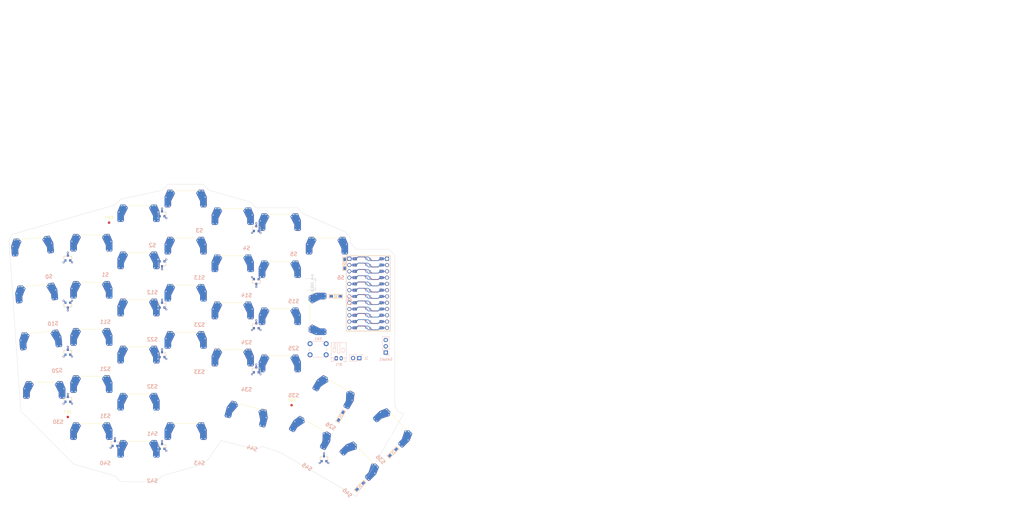
<source format=kicad_pcb>
(kicad_pcb (version 20211014) (generator pcbnew)
  (layers (0 "F.Cu" signal) (31 "B.Cu" signal) (34 "B.Paste" user) (35 "F.Paste" user) (36 "B.SilkS" user "B.Silkscreen") (37 "F.SilkS" user "F.Silkscreen") (38 "B.Mask" user) (39 "F.Mask" user) (44 "Edge.Cuts" user))
  (net 0 "")
  (net 1 "Net-(BT1-Pad1)")
  (net 2 "GND")
  (net 3 "Net-(D1-Pad1)")
  (net 4 "Net-(D1-Pad2)")
  (net 5 "VCC")
  (net 6 "RST")
  (net 7 "Bat+")
  (net 11 "col0")
  (net 12 "col1")
  (net 13 "col2")
  (net 14 "col3")
  (net 15 "col4")
  (net 16 "col5")
  (net 17 "col6")
  (net 19 "SCL")
  (net 21 "row0")
  (net 22 "row4")
  (net 23 "row1")
  (net 24 "row2")
  (net 25 "row3")
  (net 26 "SDA")
  (net 27 "Net-(S10-Pad2)")
  (net 28 "Net-(S11-Pad1)")
  (net 29 "Net-(S20-Pad2)")
  (net 30 "Net-(S21-Pad1)")
  (net 31 "Net-(S30-Pad2)")
  (net 32 "Net-(S31-Pad1)")
  (net 33 "Net-(S40-Pad2)")
  (net 34 "Net-(S41-Pad1)")
  (net 35 "Net-(S2-Pad2)")
  (net 36 "Net-(S3-Pad1)")
  (net 37 "Net-(S12-Pad2)")
  (net 38 "Net-(S13-Pad1)")
  (net 39 "Net-(S22-Pad2)")
  (net 40 "Net-(S23-Pad1)")
  (net 41 "Net-(S32-Pad2)")
  (net 42 "Net-(S33-Pad1)")
  (net 43 "Net-(S42-Pad2)")
  (net 44 "Net-(S43-Pad1)")
  (net 45 "Net-(S4-Pad2)")
  (net 46 "Net-(S5-Pad1)")
  (net 47 "Net-(S14-Pad2)")
  (net 48 "Net-(S15-Pad1)")
  (net 49 "Net-(S24-Pad2)")
  (net 50 "Net-(S25-Pad1)")
  (net 51 "Net-(S34-Pad2)")
  (net 52 "Net-(S35-Pad1)")
  (net 53 "Net-(S44-Pad2)")
  (net 54 "Net-(S45-Pad1)")
  (net 55 "Net-(S6-Pad2)")
  (net 56 "Net-(S16-Pad2)")
  (net 57 "Net-(S26-Pad2)")
  (net 58 "Net-(S36-Pad2)")
  (net 59 "Net-(S46-Pad2)")
  (footprint "mykeeb:MX_KAILH_SOCKET_1U" (layer "F.Cu") (at 73.81875 67.865625)
    (fp_text reference "S12")
    (fp_text value "SW" hide)
  )
  (footprint "mykeeb:SOT-23" (layer "F.Cu") (at 83.34375 82.153125 90)
    (fp_text reference "D8" hide)
    (fp_text value "BAV70" hide)
  )
  (footprint "mykeeb:D3_SMD" (layer "F.Cu") (at 163.447702 155.401493 45)
    (fp_text reference "D20" hide)
    (fp_text value "D" hide)
  )
  (footprint "mykeeb:SOT-23" (layer "F.Cu") (at 45.24375 101.203125 90)
    (fp_text reference "D3" hide)
    (fp_text value "BAV70" hide)
  )
  (footprint "mykeeb:D3_SMD" (layer "F.Cu") (at 153.590625 78.58125 180)
    (fp_text reference "D17" hide)
    (fp_text value "D" hide)
  )
  (footprint "mykeeb:MX_KAILH_SOCKET_1U" (layer "F.Cu") (at 54.76875 136.921875)
    (fp_text reference "S40")
    (fp_text value "SW" hide)
  )
  (footprint "Fiducial:Fiducial_1mm_Mask2mm" (layer "F.Cu") (at 135.73125 122.634375)
    (fp_text reference "FID2")
    (fp_text value "Fiducial")
  )
  (footprint "mykeeb:MX_KAILH_SOCKET_1U" (layer "F.Cu") (at 130.96875 71.4375)
    (fp_text reference "S15")
    (fp_text value "SW" hide)
  )
  (footprint "mykeeb:MX_KAILH_SOCKET_1U" (layer "F.Cu") (at 111.91875 88.10625)
    (fp_text reference "S24")
    (fp_text value "SW" hide)
  )
  (footprint "mykeeb:SOT-23" (layer "F.Cu") (at 121.44375 51.196875 90)
    (fp_text reference "D11" hide)
    (fp_text value "BAV70" hide)
  )
  (footprint "mykeeb:D3_SMD" (layer "F.Cu") (at 157.1625 65.484375 90)
    (fp_text reference "D16" hide)
    (fp_text value "D" hide)
  )
  (footprint "mykeeb:MX_KAILH_SOCKET_1U" (layer "F.Cu") (at 92.86875 80.9625)
    (fp_text reference "S23")
    (fp_text value "SW" hide)
  )
  (footprint "mykeeb:MX_KAILH_SOCKET_1U" (layer "F.Cu") (at 160.734375 147.6375 -45)
    (fp_text reference "S46")
    (fp_text value "SW" hide)
  )
  (footprint "mykeeb:MX_KAILH_SOCKET_1U" (layer "F.Cu") (at 130.96875 109.5375)
    (fp_text reference "S35")
    (fp_text value "SW" hide)
  )
  (footprint "mykeeb:MX_KAILH_SOCKET_1U" (layer "F.Cu") (at 130.96875 52.3875)
    (fp_text reference "S5")
    (fp_text value "SW" hide)
  )
  (footprint "mykeeb:SOT-23" (layer "F.Cu") (at 121.44375 108.346875 90)
    (fp_text reference "D14" hide)
    (fp_text value "BAV70" hide)
  )
  (footprint "mykeeb:MX_KAILH_SOCKET_1U" (layer "F.Cu") (at 54.76875 79.771875)
    (fp_text reference "S11")
    (fp_text value "SW" hide)
  )
  (footprint "Fiducial:Fiducial_1mm_Mask2mm" (layer "F.Cu") (at 45.24375 127.396875)
    (fp_text reference "FID1")
    (fp_text value "Fiducial")
  )
  (footprint "mykeeb:MX_KAILH_SOCKET_1U" (layer "F.Cu") (at 111.91875 69.05625)
    (fp_text reference "S14")
    (fp_text value "SW" hide)
  )
  (footprint "mykeeb:MX_KAILH_SOCKET_1U" (layer "F.Cu") (at 130.96875 90.4875)
    (fp_text reference "S25")
    (fp_text value "SW" hide)
  )
  (footprint "mykeeb:MX_KAILH_SOCKET_1U" (layer "F.Cu") (at 141.684375 136.921875 -30)
    (fp_text reference "S45")
    (fp_text value "SW" hide)
  )
  (footprint "mykeeb:SOT-23" (layer "F.Cu") (at 83.34375 102.1625 90)
    (fp_text reference "D9" hide)
    (fp_text value "BAV70" hide)
  )
  (footprint "mykeeb:MX_KAILH_SOCKET_1U" (layer "F.Cu") (at 73.81875 48.815625)
    (fp_text reference "S2")
    (fp_text value "SW" hide)
  )
  (footprint "mykeeb:MX_KAILH_SOCKET_1U" (layer "F.Cu") (at 35.71875 120.253125)
    (fp_text reference "S30")
    (fp_text value "SW" hide)
  )
  (footprint "mykeeb:SOT-23" (layer "F.Cu") (at 64.29375 138.1125 90)
    (fp_text reference "D5" hide)
    (fp_text value "BAV70" hide)
  )
  (footprint "mykeeb:SOT-23" (layer "F.Cu") (at 45.24375 63.103125 90)
    (fp_text reference "D1" hide)
    (fp_text value "BAV70" hide)
  )
  (footprint "mykeeb:MX_KAILH_SOCKET_1U" (layer "F.Cu") (at 54.76875 117.871875)
    (fp_text reference "S31")
    (fp_text value "SW" hide)
  )
  (footprint "mykeeb:MX_KAILH_SOCKET_1U" (layer "F.Cu") (at 73.81875 105.965625)
    (fp_text reference "S32")
    (fp_text value "SW" hide)
  )
  (footprint "mykeeb:SOT-23" (layer "F.Cu") (at 45.24375 120.253125 90)
    (fp_text reference "D4" hide)
    (fp_text value "BAV70" hide)
  )
  (footprint "mykeeb:MX_KAILH_SOCKET_1U" (layer "F.Cu") (at 54.76875 98.821875)
    (fp_text reference "S21")
    (fp_text value "SW" hide)
  )
  (footprint "mykeeb:MX_KAILH_SOCKET_1U" (layer "F.Cu") (at 73.81875 86.915625)
    (fp_text reference "S22")
    (fp_text value "SW" hide)
  )
  (footprint "mykeeb:MX_KAILH_SOCKET_1U" (layer "F.Cu") (at 92.86875 61.9125)
    (fp_text reference "S13")
    (fp_text value "SW" hide)
  )
  (footprint "mykeeb:MX_KAILH_SOCKET_1U" (layer "F.Cu") (at 92.86875 136.921875)
    (fp_text reference "S43")
    (fp_text value "SW" hide)
  )
  (footprint "mykeeb:SOT-23" (layer "F.Cu") (at 121.44375 90.4875 90)
    (fp_text reference "D13" hide)
    (fp_text value "BAV70" hide)
  )
  (footprint "mykeeb:MX_KAILH_SOCKET_1U" (layer "F.Cu") (at 92.86875 42.8625)
    (fp_text reference "S3")
    (fp_text value "SW" hide)
  )
  (footprint "mykeeb:SOT-23" (layer "F.Cu") (at 148.828125 144.25625 90)
    (fp_text reference "D15" hide)
    (fp_text value "BAV70" hide)
  )
  (footprint "mykeeb:MX_KAILH_SOCKET_1U" (layer "F.Cu") (at 150.01875 61.9125)
    (fp_text reference "S6")
    (fp_text value "SW" hide)
  )
  (footprint "Fiducial:Fiducial_1mm_Mask2mm" (layer "F.Cu") (at 61.9125 48.815625)
    (fp_text reference "FID3")
    (fp_text value "Fiducial")
  )
  (footprint "mykeeb:SOT-23" (layer "F.Cu") (at 83.34375 45.24375 90)
    (fp_text reference "D6" hide)
    (fp_text value "BAV70" hide)
  )
  (footprint "mykeeb:MX_KAILH_SOCKET_1U" (layer "F.Cu") (at 116.68125 129.778125 -15)
    (fp_text reference "S44")
    (fp_text value "SW" hide)
  )
  (footprint "keyboard_reversible:ProMicro" (layer "F.Cu") (at 166.6875 77.390625 -90)
    (fp_text reference "U1" hide)
    (fp_text value "ProMicro")
  )
  (footprint "mykeeb:MX_KAILH_SOCKET_1U" (layer "F.Cu") (at 174.204759 134.167116 -45)
    (fp_text reference "S36")
    (fp_text value "SW" hide)
  )
  (footprint "mykeeb:SOT-23" (layer "F.Cu") (at 83.34375 139.303125 90)
    (fp_text reference "D10" hide)
    (fp_text value "BAV70" hide)
  )
  (footprint "mykeeb:MX_KAILH_SOCKET_1U" (layer "F.Cu") (at 73.81875 125.015625)
    (fp_text reference "S41")
    (fp_text value "SW" hide)
  )
  (footprint "mykeeb:D3_SMD" (layer "F.Cu") (at 155.610107 127.089301 60)
    (fp_text reference "D18" hide)
    (fp_text value "D" hide)
  )
  (footprint "mykeeb:MX_KAILH_SOCKET_1U" (layer "F.Cu") (at 32.867808 81.034991 5)
    (fp_text reference "S10")
    (fp_text value "SW" hide)
  )
  (footprint "mykeeb:D3_SMD" (layer "F.Cu") (at 176.730456 141.744208 45)
    (fp_text reference "D19" hide)
    (fp_text value "D" hide)
  )
  (footprint "mykeeb:MX_KAILH_SOCKET_1U" (layer "F.Cu") (at 73.81875 144.065625)
    (fp_text reference "S42")
    (fp_text value "SW" hide)
  )
  (footprint "mykeeb:MX_KAILH_SOCKET_1U" (layer "F.Cu") (at 150.01875 85.725 90)
    (fp_text reference "S16")
    (fp_text value "SW" hide)
  )
  (footprint "mykeeb:MX_KAILH_SOCKET_1U" (layer "F.Cu") (at 151.209375 120.424091 -30)
    (fp_text reference "S26")
    (fp_text value "SW" hide)
  )
  (footprint "mykeeb:MX_KAILH_SOCKET_1U" (layer "F.Cu") (at 34.528125 100.0125 5)
    (fp_text reference "S20")
    (fp_text value "SW" hide)
  )
  (footprint "mykeeb:MX_KAILH_SOCKET_1U" (layer "F.Cu") (at 111.91875 107.15625)
    (fp_text reference "S34")
    (fp_text value "SW" hide)
  )
  (footprint "mykeeb:MX_KAILH_SOCKET_1U" (layer "F.Cu") (at 31.207491 62.057482 5)
    (fp_text reference "S0")
    (fp_text value "SW" hide)
  )
  (footprint "mykeeb:MX_KAILH_SOCKET_1U" (layer "F.Cu") (at 92.86875 100.0125)
    (fp_text reference "S33")
    (fp_text value "SW" hide)
  )
  (footprint "mykeeb:MX_KAILH_SOCKET_1U" (layer "F.Cu") (at 54.76875 60.721875)
    (fp_text reference "S1")
    (fp_text value "SW" hide)
  )
  (footprint "mykeeb:MX_KAILH_SOCKET_1U" (layer "F.Cu") (at 111.91875 50.00625)
    (fp_text reference "S4")
    (fp_text value "SW" hide)
  )
  (footprint "Connector_JST:JST_PH_S2B-PH-K_1x02_P2.00mm_Horizontal" (layer "B.Cu") (at 153.78125 103.653125)
    (fp_text reference "BT1")
    (fp_text value "Battery_Cell")
  )
  (footprint "Connector_PinSocket_2.54mm:PinSocket_1x02_P2.54mm_Vertical" (layer "B.Cu") (at 163.115625 103.584375 90)
    (fp_text reference "J1")
    (fp_text value "Conn_01x02")
  )
  (footprint "mykeeb:SOT-23" (layer "B.Cu") (at 45.24375 82.153125 -90)
    (fp_text reference "D2" hide)
    (fp_text value "BAV70" hide)
  )
  (footprint "mykeeb:SOT-23" (layer "B.Cu") (at 83.34375 65.484375 -90)
    (fp_text reference "D7" hide)
    (fp_text value "BAV70" hide)
  )
  (footprint "Connector_PinSocket_2.54mm:PinSocket_1x03_P2.54mm_Vertical" (layer "B.Cu") (at 173.80625 101.346875)
    (fp_text reference "SWbat1")
    (fp_text value "SW_SPST")
  )
  (footprint "mykeeb:SOT-23" (layer "B.Cu") (at 121.44375 72.628125 -90)
    (fp_text reference "D12" hide)
    (fp_text value "BAV70" hide)
  )
  (footprint "Button_Switch_THT:SW_PUSH_6mm" (layer "B.Cu") (at 149.696875 97.7625 180)
    (fp_text reference "SW1")
    (fp_text value "SW_Push")
  )
  (gr_poly (pts (xy 102.39375 35.71875) (xy 119.0625 40.48125) (xy 121.44375 42.8625) (xy 138.1125 42.8625) (xy 140.49375 45.24375) (xy 157.1625 52.3875) (xy 159.54375 54.76875) (xy 159.54375 57.15) (xy 161.869942 59.53125) (xy 175.021875 59.53125) (xy 177.403125 61.9125) (xy 177.403125 122.634375) (xy 178.59375 125.015625) (xy 180.975 126.20625) (xy 161.925 159.54375) (xy 130.96875 141.684375) (xy 123.825 139.303125) (xy 121.44375 140.49375) (xy 107.15625 136.921875) (xy 102.39375 144.065625) (xy 100.0125 146.446875) (xy 83.34375 151.209375) (xy 80.9625 153.590625) (xy 66.675 153.590625) (xy 64.29375 151.209375) (xy 47.625 146.446875) (xy 26.19375 125.015625) (xy 21.43125 55.959375) (xy 22.621875 53.578125) (xy 64.29375 41.671875) (xy 66.675 39.290625) (xy 83.34375 35.71875) (xy 85.725 33.3375) (xy 100.0125 33.3375)) (layer "Edge.Cuts") (width 0.1) (fill none))
  (dimension (type orthogonal) (layer "Edge.Cuts") (pts (xy 140.49375 71.4375) (xy 140.962132 76.074028)) (height 4.7625) (orientation 1) (gr_text "4,6365 mm" (at 144.10625 73.755764 90) (layer "Edge.Cuts") (effects (font (size 1 1) (thickness 0.15)))) (format (units 3) (units_format 1) (precision 4)) (style (thickness 0.1) (arrow_length 1.27) (text_position_mode 0) (extension_height 0.58642) (extension_offset 0.5) keep_text_aligned))
)
</source>
